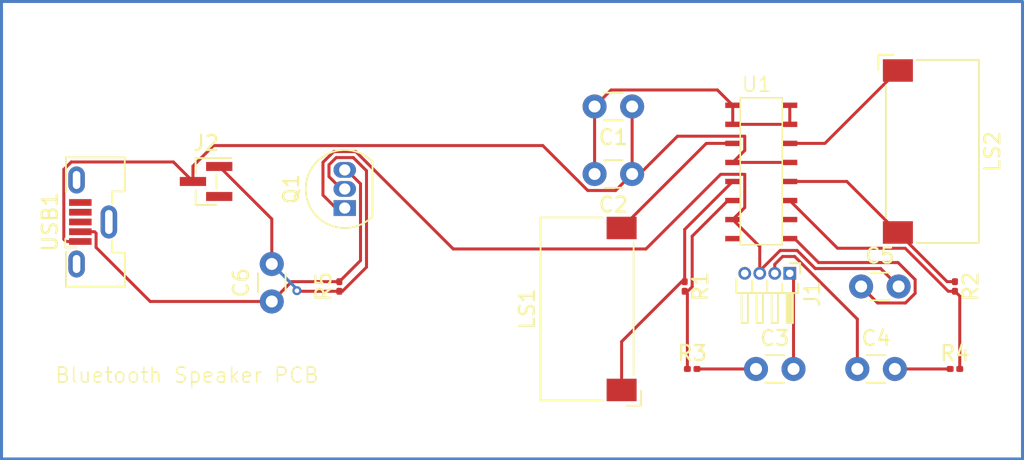
<source format=kicad_pcb>
(kicad_pcb (version 20240108) (generator "pcbnew") (generator_version "8.0")
  (title_block (title "BLUETOOTH SPEAKER PCB") (rev "V1.0"))
  (layers (0 "F.Cu" signal) (31 "B.Cu" signal) (34 "B.Paste" user) (35 "F.Paste" user) (36 "B.SilkS" user "B.Silkscreen") (37 "F.SilkS" user "F.Silkscreen") (38 "B.Mask" user) (39 "F.Mask" user) (44 "Edge.Cuts" user))
  (net 0 "")
  (net 1 "Net-(Q1-S)")
  (net 2 "GND")
  (net 3 "Net-(J2-Pin_1)")
  (net 4 "Net-(U1-HP-IN)")
  (net 5 "VDD")
  (net 6 "Net-(J1-Pin_1)")
  (net 7 "Net-(C3-Pad1)")
  (net 8 "Net-(C4-Pad2)")
  (net 9 "Net-(J1-Pin_2)")
  (net 10 "Net-(U1-Bypass)")
  (net 11 "Net-(U1-OUTL-)")
  (net 12 "Net-(U1-INL-)")
  (net 13 "Net-(U1-INR-)")
  (net 14 "Net-(U1-OUTR-)")
  (net 15 "Net-(U1-OUTL+)")
  (net 16 "Net-(U1-OUTR+)")
  (footprint "Connector_PinHeader_1.00mm:PinHeader_1x04_P1.00mm_Horizontal" (layer "F.Cu") (at 161.5 104.125 -90)
    (property "Reference" "J1" (at 1.375 -1.5 90) (layer "F.SilkS"))
    (property "Value" "Conn_01x03_MountingPin")
    (fp_line (start 1.31 3.56) (end 0.394493 3.56) (stroke (width 0.12)) (layer "F.SilkS"))
    (fp_line (start 3.31 3.21) (end 1.31 3.21) (stroke (width 0.12)) (layer "F.SilkS"))
    (fp_line (start 1.31 2.79) (end 3.31 2.79) (stroke (width 0.12)) (layer "F.SilkS"))
    (fp_line (start 3.31 2.79) (end 3.31 3.21) (stroke (width 0.12)) (layer "F.SilkS"))
    (fp_line (start 0.468215 2.5) (end 1.31 2.5) (stroke (width 0.12)) (layer "F.SilkS"))
    (fp_line (start 3.31 2.21) (end 1.31 2.21) (stroke (width 0.12)) (layer "F.SilkS"))
    (fp_line (start 1.31 1.79) (end 3.31 1.79) (stroke (width 0.12)) (layer "F.SilkS"))
    (fp_line (start 3.31 1.79) (end 3.31 2.21) (stroke (width 0.12)) (layer "F.SilkS"))
    (fp_line (start 0.468215 1.5) (end 1.31 1.5) (stroke (width 0.12)) (layer "F.SilkS"))
    (fp_line (start 3.31 1.21) (end 1.31 1.21) (stroke (width 0.12)) (layer "F.SilkS"))
    (fp_line (start 1.31 0.79) (end 3.31 0.79) (stroke (width 0.12)) (layer "F.SilkS"))
    (fp_line (start 3.31 0.79) (end 3.31 1.21) (stroke (width 0.12)) (layer "F.SilkS"))
    (fp_line (start 0.685 0.5) (end 1.31 0.5) (stroke (width 0.12)) (layer "F.SilkS"))
    (fp_line (start 3.31 0.21) (end 1.31 0.21) (stroke (width 0.12)) (layer "F.SilkS"))
    (fp_line (start 1.31 0.09) (end 3.31 0.09) (stroke (width 0.12)) (layer "F.SilkS"))
    (fp_line (start -0.685 0) (end -0.685 -0.685) (stroke (width 0.12)) (layer "F.SilkS"))
    (fp_line (start 1.31 -0.03) (end 3.31 -0.03) (stroke (width 0.12)) (layer "F.SilkS"))
    (fp_line (start 1.31 -0.15) (end 3.31 -0.15) (stroke (width 0.12)) (layer "F.SilkS"))
    (fp_line (start 1.31 -0.21) (end 3.31 -0.21) (stroke (width 0.12)) (layer "F.SilkS"))
    (fp_line (start 3.31 -0.21) (end 3.31 0.21) (stroke (width 0.12)) (layer "F.SilkS"))
    (fp_line (start 0.685 -0.56) (end 1.31 -0.56) (stroke (width 0.12)) (layer "F.SilkS"))
    (fp_line (start 1.31 -0.56) (end 1.31 3.56) (stroke (width 0.12)) (layer "F.SilkS"))
    (fp_line (start -0.685 -0.685) (end 0 -0.685) (stroke (width 0.12)) (layer "F.SilkS"))
    (pad "1" thru_hole rect (at 0 0 270) (size 0.85 0.85) (drill 0.5) (layers "*.Cu" "*.Mask") (net 6 "Net-(J1-Pin_1)"))
    (pad "2" thru_hole oval (at 0 1 270) (size 0.85 0.85) (drill 0.5) (layers "*.Cu" "*.Mask") (net 9 "Net-(J1-Pin_2)"))
    (pad "3" thru_hole oval (at 0 2 270) (size 0.85 0.85) (drill 0.5) (layers "*.Cu" "*.Mask") (net 2 "GND"))
    (pad "4" thru_hole oval (at 0 3 270) (size 0.85 0.85) (drill 0.5) (layers "*.Cu" "*.Mask"))
  )
  (footprint "Capacitor_THT:C_Disc_D3.0mm_W1.6mm_P2.50mm" (layer "F.Cu") (at 127 106 90)
    (property "Reference" "C6" (at 1.25 -2.05 90) (layer "F.SilkS"))
    (property "Value" "10uF")
    (fp_line (start 0.621 -0.92) (end 1.879 -0.92) (stroke (width 0.12)) (layer "F.SilkS"))
    (fp_line (start 0.621 0.92) (end 1.879 0.92) (stroke (width 0.12)) (layer "F.SilkS"))
    (pad "1" thru_hole circle (at 0 0 90) (size 1.6 1.6) (drill 0.8) (layers "*.Cu" "*.Mask") (net 1 "Net-(Q1-S)"))
    (pad "2" thru_hole circle (at 2.5 0 90) (size 1.6 1.6) (drill 0.8) (layers "*.Cu" "*.Mask") (net 3 "Net-(J2-Pin_1)"))
  )
  (footprint "Resistor_SMD:R_0201_0603Metric" (layer "F.Cu") (at 172.5 110.5)
    (property "Reference" "R4" (at 0 -1.05 0) (layer "F.SilkS"))
    (property "Value" "4.7K")
    (pad "1" smd roundrect (at -0.32 0) (size 0.46 0.4) (layers "F.Cu" "F.Mask") (net 8 "Net-(C4-Pad2)"))
    (pad "2" smd roundrect (at 0.32 0) (size 0.46 0.4) (layers "F.Cu" "F.Mask") (net 13 "Net-(U1-INR-)"))
  )
  (footprint "ET2-1-KiCADProject:LM4863" (layer "F.Cu") (at 157.2 92.72)
    (property "Reference" "U1" (at 2.1 -1.2 0) (layer "F.SilkS") (effects (font (thickness 0.1))))
    (property "Value" "~")
    (fp_line (start 1 -0.3) (end 3.8 -0.3) (stroke (width 0.1)) (layer "F.SilkS"))
    (fp_line (start 1 9.5) (end 1 -0.3) (stroke (width 0.1)) (layer "F.SilkS"))
    (fp_line (start 3.8 9.5) (end 1 9.5) (stroke (width 0.1)) (layer "F.SilkS"))
    (fp_line (start 3.8 9.5) (end 3.8 -0.3) (stroke (width 0.1)) (layer "F.SilkS"))
    (pad "1" smd rect (at 0.5 0.2) (size 1 0.36) (layers "F.Cu" "F.Paste" "F.Mask") (net 4 "Net-(U1-HP-IN)"))
    (pad "2" smd rect (at 0.5 1.47) (size 1 0.36) (layers "F.Cu" "F.Paste" "F.Mask") (net 4 "Net-(U1-HP-IN)"))
    (pad "3" smd rect (at 0.5 2.74) (size 1 0.36) (layers "F.Cu" "F.Paste" "F.Mask") (net 15 "Net-(U1-OUTL+)"))
    (pad "4" smd rect (at 0.5 4.01) (size 1 0.36) (layers "F.Cu" "F.Paste" "F.Mask") (net 5 "VDD"))
    (pad "5" smd rect (at 0.5 5.28) (size 1 0.36) (layers "F.Cu" "F.Paste" "F.Mask") (net 11 "Net-(U1-OUTL-)"))
    (pad "6" smd rect (at 0.5 6.55) (size 1 0.36) (layers "F.Cu" "F.Paste" "F.Mask") (net 12 "Net-(U1-INL-)"))
    (pad "7" smd rect (at 0.5 7.82) (size 1 0.36) (layers "F.Cu" "F.Paste" "F.Mask") (net 2 "GND"))
    (pad "8" smd rect (at 0.5 9.09) (size 1 0.36) (layers "F.Cu" "F.Paste" "F.Mask") (net 10 "Net-(U1-Bypass)"))
    (pad "9" smd rect (at 4.3 9.09) (size 1 0.36) (layers "F.Cu" "F.Paste" "F.Mask") (net 10 "Net-(U1-Bypass)"))
    (pad "10" smd rect (at 4.3 7.82) (size 1 0.36) (layers "F.Cu" "F.Paste" "F.Mask") (net 10 "Net-(U1-Bypass)"))
    (pad "11" smd rect (at 4.3 6.55) (size 1 0.36) (layers "F.Cu" "F.Paste" "F.Mask") (net 13 "Net-(U1-INR-)"))
    (pad "12" smd rect (at 4.3 5.28) (size 1 0.36) (layers "F.Cu" "F.Paste" "F.Mask") (net 14 "Net-(U1-OUTR-)"))
    (pad "13" smd rect (at 4.3 4.01) (size 1 0.36) (layers "F.Cu" "F.Paste" "F.Mask") (net 5 "VDD"))
    (pad "14" smd rect (at 4.3 2.74) (size 1 0.36) (layers "F.Cu" "F.Paste" "F.Mask") (net 16 "Net-(U1-OUTR+)"))
    (pad "15" smd rect (at 4.3 1.47) (size 1 0.36) (layers "F.Cu" "F.Paste" "F.Mask") (net 4 "Net-(U1-HP-IN)"))
    (pad "16" smd rect (at 4.3 0.2) (size 1 0.36) (layers "F.Cu" "F.Paste" "F.Mask") (net 4 "Net-(U1-HP-IN)"))
  )
  (footprint "Buzzer_Beeper:Speaker_CUI_CMR-1206S-67" (layer "F.Cu") (at 148 106.5 90)
    (property "Reference" "LS1" (at 0 -4 90) (layer "F.SilkS"))
    (property "Value" "Speaker")
    (fp_line (start 6.1 -3.1) (end 6.1 1.05) (stroke (width 0.12)) (layer "F.SilkS"))
    (fp_line (start -6.1 -3.1) (end 6.1 -3.1) (stroke (width 0.12)) (layer "F.SilkS"))
    (fp_line (start -6.1 1.05) (end -6.1 -3.1) (stroke (width 0.12)) (layer "F.SilkS"))
    (fp_line (start -6.45 2.6) (end -6.45 3.6) (stroke (width 0.12)) (layer "F.SilkS"))
    (fp_line (start 4.4 3.1) (end -4.4 3.1) (stroke (width 0.12)) (layer "F.SilkS"))
    (fp_line (start -6.45 3.6) (end -5.45 3.6) (stroke (width 0.12)) (layer "F.SilkS"))
    (pad "1" smd rect (at -5.4 2.3 270) (size 1.5 2) (layers "F.Cu" "F.Mask") (net 11 "Net-(U1-OUTL-)"))
    (pad "2" smd rect (at 5.4 2.3 270) (size 1.5 2) (layers "F.Cu" "F.Mask") (net 15 "Net-(U1-OUTL+)"))
  )
  (footprint "Resistor_SMD:R_0201_0603Metric" (layer "F.Cu") (at 131.5 105 90)
    (property "Reference" "R5" (at 0 -1.05 90) (layer "F.SilkS"))
    (property "Value" "20K")
    (pad "1" smd roundrect (at -0.32 0 90) (size 0.46 0.4) (layers "F.Cu" "F.Mask") (net 3 "Net-(J2-Pin_1)"))
    (pad "2" smd roundrect (at 0.32 0 90) (size 0.46 0.4) (layers "F.Cu" "F.Mask") (net 1 "Net-(Q1-S)"))
  )
  (footprint "Capacitor_THT:C_Disc_D3.0mm_W1.6mm_P2.50mm" (layer "F.Cu") (at 159.25 110.5)
    (property "Reference" "C3" (at 1.25 -2.05 0) (layer "F.SilkS"))
    (property "Value" "1uF")
    (fp_line (start 0.621 -0.92) (end 1.879 -0.92) (stroke (width 0.12)) (layer "F.SilkS"))
    (fp_line (start 0.621 0.92) (end 1.879 0.92) (stroke (width 0.12)) (layer "F.SilkS"))
    (pad "1" thru_hole circle (at 0 0) (size 1.6 1.6) (drill 0.8) (layers "*.Cu" "*.Mask") (net 7 "Net-(C3-Pad1)"))
    (pad "2" thru_hole circle (at 2.5 0) (size 1.6 1.6) (drill 0.8) (layers "*.Cu" "*.Mask") (net 6 "Net-(J1-Pin_1)"))
  )
  (footprint "Capacitor_THT:C_Disc_D3.0mm_W1.6mm_P2.50mm" (layer "F.Cu") (at 151 93 180)
    (property "Reference" "C1" (at 1.25 -2.05 0) (layer "F.SilkS"))
    (property "Value" "0.1uF")
    (fp_line (start 0.621 0.92) (end 1.879 0.92) (stroke (width 0.12)) (layer "F.SilkS"))
    (fp_line (start 0.621 -0.92) (end 1.879 -0.92) (stroke (width 0.12)) (layer "F.SilkS"))
    (pad "1" thru_hole circle (at 0 0 180) (size 1.6 1.6) (drill 0.8) (layers "*.Cu" "*.Mask") (net 5 "VDD"))
    (pad "2" thru_hole circle (at 2.5 0 180) (size 1.6 1.6) (drill 0.8) (layers "*.Cu" "*.Mask") (net 4 "Net-(U1-HP-IN)"))
  )
  (footprint "Resistor_SMD:R_0201_0603Metric" (layer "F.Cu") (at 155 110.5)
    (property "Reference" "R3" (at 0 -1.05 0) (layer "F.SilkS"))
    (property "Value" "4.7K")
    (pad "1" smd roundrect (at -0.32 0) (size 0.46 0.4) (layers "F.Cu" "F.Mask") (net 12 "Net-(U1-INL-)"))
    (pad "2" smd roundrect (at 0.32 0) (size 0.46 0.4) (layers "F.Cu" "F.Mask") (net 7 "Net-(C3-Pad1)"))
  )
  (footprint "Capacitor_THT:C_Disc_D3.0mm_W1.6mm_P2.50mm" (layer "F.Cu") (at 166 110.5)
    (property "Reference" "C4" (at 1.25 -2.05 0) (layer "F.SilkS"))
    (property "Value" "1uF")
    (fp_line (start 0.621 -0.92) (end 1.879 -0.92) (stroke (width 0.12)) (layer "F.SilkS"))
    (fp_line (start 0.621 0.92) (end 1.879 0.92) (stroke (width 0.12)) (layer "F.SilkS"))
    (pad "1" thru_hole circle (at 0 0) (size 1.6 1.6) (drill 0.8) (layers "*.Cu" "*.Mask") (net 9 "Net-(J1-Pin_2)"))
    (pad "2" thru_hole circle (at 2.5 0) (size 1.6 1.6) (drill 0.8) (layers "*.Cu" "*.Mask") (net 8 "Net-(C4-Pad2)"))
  )
  (footprint "Connector_USB:USB_Micro-B_Molex-105133-0031" (layer "F.Cu") (at 115.075 100.7 90)
    (property "Reference" "USB1" (at 0 -2.85 90) (layer "F.SilkS"))
    (property "Value" "~")
    (fp_line (start -1.7 -1.825) (end -1.1 -1.825) (stroke (width 0.12)) (layer "F.SilkS"))
    (fp_line (start 4.31 -1.785) (end 4.31 2.135) (stroke (width 0.12)) (layer "F.SilkS"))
    (fp_line (start 2 -1.785) (end 4.31 -1.785) (stroke (width 0.12)) (layer "F.SilkS"))
    (fp_line (start -2 -1.785) (end -4.31 -1.785) (stroke (width 0.12)) (layer "F.SilkS"))
    (fp_line (start -4.31 -1.785) (end -4.31 2.135) (stroke (width 0.12)) (layer "F.SilkS"))
    (fp_line (start -1.7 -1.075) (end -1.7 -1.825) (stroke (width 0.12)) (layer "F.SilkS"))
    (fp_line (start 2.04 1.305) (end 1.21 1.305) (stroke (width 0.12)) (layer "F.SilkS"))
    (fp_line (start 2.04 1.305) (end 2.04 2.135) (stroke (width 0.12)) (layer "F.SilkS"))
    (fp_line (start -2.04 1.305) (end -1.21 1.305) (stroke (width 0.12)) (layer "F.SilkS"))
    (fp_line (start -2.04 1.305) (end -2.04 2.135) (stroke (width 0.12)) (layer "F.SilkS"))
    (fp_line (start 4.31 2.135) (end 2.04 2.135) (stroke (width 0.12)) (layer "F.SilkS"))
    (fp_line (start -4.31 2.135) (end -2.04 2.135) (stroke (width 0.12)) (layer "F.SilkS"))
    (pad "1" smd rect (at -1.3 -0.825 90) (size 0.45 1.5) (layers "F.Cu" "F.Paste" "F.Mask") (net 5 "VDD"))
    (pad "2" smd rect (at -0.65 -0.825 90) (size 0.45 1.5) (layers "F.Cu" "F.Paste" "F.Mask") (net 1 "Net-(Q1-S)"))
    (pad "3" smd rect (at 0 -0.825 90) (size 0.45 1.5) (layers "F.Cu" "F.Paste" "F.Mask"))
    (pad "4" smd rect (at 0.65 -0.825 90) (size 0.45 1.5) (layers "F.Cu" "F.Paste" "F.Mask"))
    (pad "5" smd rect (at 1.3 -0.825 90) (size 0.45 1.5) (layers "F.Cu" "F.Paste" "F.Mask"))
    (pad "6" thru_hole oval (at -2.8 -1.075 90) (size 1.8 1.1) (drill oval 1.2 0.5) (layers "*.Cu" "*.Mask"))
    (pad "6" thru_hole oval (at 0 1.075 90) (size 2.2 1.1) (drill oval 1.6 0.5) (layers "*.Cu" "*.Mask"))
    (pad "6" thru_hole oval (at 2.8 -1.075 90) (size 1.8 1.1) (drill oval 1.2 0.5) (layers "*.Cu" "*.Mask"))
  )
  (footprint "Resistor_SMD:R_0201_0603Metric" (layer "F.Cu") (at 154.5 105 -90)
    (property "Reference" "R1" (at 0 -1.05 90) (layer "F.SilkS"))
    (property "Value" "20K")
    (pad "1" smd roundrect (at -0.32 0 270) (size 0.46 0.4) (layers "F.Cu" "F.Mask") (net 11 "Net-(U1-OUTL-)"))
    (pad "2" smd roundrect (at 0.32 0 270) (size 0.46 0.4) (layers "F.Cu" "F.Mask") (net 12 "Net-(U1-INL-)"))
  )
  (footprint "Capacitor_THT:C_Disc_D3.0mm_W1.6mm_P2.50mm" (layer "F.Cu") (at 166.25 105)
    (property "Reference" "C5" (at 1.25 -2.05 0) (layer "F.SilkS"))
    (property "Value" "0.1uF")
    (fp_line (start 0.621 -0.92) (end 1.879 -0.92) (stroke (width 0.12)) (layer "F.SilkS"))
    (fp_line (start 0.621 0.92) (end 1.879 0.92) (stroke (width 0.12)) (layer "F.SilkS"))
    (pad "1" thru_hole circle (at 0 0) (size 1.6 1.6) (drill 0.8) (layers "*.Cu" "*.Mask") (net 10 "Net-(U1-Bypass)"))
    (pad "2" thru_hole circle (at 2.5 0) (size 1.6 1.6) (drill 0.8) (layers "*.Cu" "*.Mask") (net 2 "GND"))
  )
  (footprint "Package_TO_SOT_THT:TO-92_Inline" (layer "F.Cu") (at 131.86 99.77 90)
    (property "Reference" "Q1" (at 1.27 -3.56 90) (layer "F.SilkS"))
    (property "Value" "BS108")
    (fp_line (start -0.53 1.85) (end 3.07 1.85) (stroke (width 0.12)) (layer "F.SilkS"))
    (fp_arc (start 1.27 -2.6) (mid 3.672087 -0.994977) (end 3.108478 1.838478) (stroke (width 0.12)) (layer "F.SilkS"))
    (fp_arc (start -0.568478 1.838478) (mid -1.132087 -0.994977) (end 1.27 -2.6) (stroke (width 0.12)) (layer "F.SilkS"))
    (pad "1" thru_hole rect (at 0 0 90) (size 1.05 1.5) (drill 0.75) (layers "*.Cu" "*.Mask") (net 2 "GND"))
    (pad "2" thru_hole oval (at 1.27 0 90) (size 1.05 1.5) (drill 0.75) (layers "*.Cu" "*.Mask") (net 3 "Net-(J2-Pin_1)"))
    (pad "3" thru_hole oval (at 2.54 0 90) (size 1.05 1.5) (drill 0.75) (layers "*.Cu" "*.Mask") (net 1 "Net-(Q1-S)"))
  )
  (footprint "Resistor_SMD:R_0201_0603Metric" (layer "F.Cu") (at 172.5 105 -90)
    (property "Reference" "R2" (at 0 -1.05 90) (layer "F.SilkS"))
    (property "Value" "20K")
    (pad "1" smd roundrect (at -0.32 0 270) (size 0.46 0.4) (layers "F.Cu" "F.Mask") (net 14 "Net-(U1-OUTR-)"))
    (pad "2" smd roundrect (at 0.32 0 270) (size 0.46 0.4) (layers "F.Cu" "F.Mask") (net 13 "Net-(U1-INR-)"))
  )
  (footprint "Connector_PinHeader_1.00mm:PinHeader_1x03_P1.00mm_Vertical_SMD_Pin1Right" (layer "F.Cu") (at 122.625 98)
    (property "Reference" "J2" (at 0 -2.56 0) (layer "F.SilkS"))
    (property "Value" "Conn_01x02_MountingPin")
    (fp_line (start -0.695 -1.56) (end -0.695 -0.56) (stroke (width 0.12)) (layer "F.SilkS"))
    (fp_line (start -0.695 -1.56) (end 0.695 -1.56) (stroke (width 0.12)) (layer "F.SilkS"))
    (fp_line (start -0.695 -1.44) (end -0.695 -0.56) (stroke (width 0.12)) (layer "F.SilkS"))
    (fp_line (start -0.695 0.56) (end -0.695 1.56) (stroke (width 0.12)) (layer "F.SilkS"))
    (fp_line (start -0.695 1.56) (end -0.695 1.56) (stroke (width 0.12)) (layer "F.SilkS"))
    (fp_line (start -0.695 1.56) (end 0.695 1.56) (stroke (width 0.12)) (layer "F.SilkS"))
    (fp_line (start 0.695 -1.56) (end 0.695 -1.56) (stroke (width 0.12)) (layer "F.SilkS"))
    (fp_line (start 0.695 -1.56) (end 1.69 -1.56) (stroke (width 0.12)) (layer "F.SilkS"))
    (fp_line (start 0.695 -0.44) (end 0.695 0.44) (stroke (width 0.12)) (layer "F.SilkS"))
    (pad "1" smd rect (at 0.875 -1) (size 1.75 0.6) (layers "F.Cu" "F.Paste" "F.Mask") (net 3 "Net-(J2-Pin_1)"))
    (pad "2" smd rect (at -0.875 0) (size 1.75 0.6) (layers "F.Cu" "F.Paste" "F.Mask") (net 5 "VDD"))
    (pad "3" smd rect (at 0.875 1) (size 1.75 0.6) (layers "F.Cu" "F.Paste" "F.Mask"))
  )
  (footprint "Capacitor_THT:C_Disc_D3.0mm_W1.6mm_P2.50mm" (layer "F.Cu") (at 151 97.5 180)
    (property "Reference" "C2" (at 1.25 -2.05 0) (layer "F.SilkS"))
    (property "Value" "1000uF")
    (fp_line (start 0.621 0.92) (end 1.879 0.92) (stroke (width 0.12)) (layer "F.SilkS"))
    (fp_line (start 0.621 -0.92) (end 1.879 -0.92) (stroke (width 0.12)) (layer "F.SilkS"))
    (pad "1" thru_hole circle (at 0 0 180) (size 1.6 1.6) (drill 0.8) (layers "*.Cu" "*.Mask") (net 5 "VDD"))
    (pad "2" thru_hole circle (at 2.5 0 180) (size 1.6 1.6) (drill 0.8) (layers "*.Cu" "*.Mask") (net 4 "Net-(U1-HP-IN)"))
  )
  (footprint "Buzzer_Beeper:Speaker_CUI_CMR-1206S-67" (layer "F.Cu") (at 171 96 -90)
    (property "Reference" "LS2" (at 0 -4 90) (layer "F.SilkS"))
    (property "Value" "Speaker")
    (fp_line (start -6.45 3.6) (end -5.45 3.6) (stroke (width 0.12)) (layer "F.SilkS"))
    (fp_line (start 4.4 3.1) (end -4.4 3.1) (stroke (width 0.12)) (layer "F.SilkS"))
    (fp_line (start -6.45 2.6) (end -6.45 3.6) (stroke (width 0.12)) (layer "F.SilkS"))
    (fp_line (start -6.1 1.05) (end -6.1 -3.1) (stroke (width 0.12)) (layer "F.SilkS"))
    (fp_line (start -6.1 -3.1) (end 6.1 -3.1) (stroke (width 0.12)) (layer "F.SilkS"))
    (fp_line (start 6.1 -3.1) (end 6.1 1.05) (stroke (width 0.12)) (layer "F.SilkS"))
    (pad "1" smd rect (at -5.4 2.3 90) (size 1.5 2) (layers "F.Cu" "F.Mask") (net 16 "Net-(U1-OUTR+)"))
    (pad "2" smd rect (at 5.4 2.3 90) (size 1.5 2) (layers "F.Cu" "F.Mask") (net 14 "Net-(U1-OUTR-)"))
  )
  (gr_rect (start 109 86) (end 177 116.5) (stroke (width 0.2)) (fill none) (layer "B.Cu"))
  (gr_text "Bluetooth Speaker PCB\n" (at 112.5 111.5 0) (layer "F.SilkS") (effects (font (size 1 1) (thickness 0.1)) (justify left bottom)))
  (segment (start 115.3 102.4) (end 115.3 101.45) (width 0.2) (layer "F.Cu") (net 1))
  (segment (start 115.2 101.35) (end 114.25 101.35) (width 0.2) (layer "F.Cu") (net 1))
  (segment (start 127 106) (end 118.9 106) (width 0.2) (layer "F.Cu") (net 1))
  (segment (start 132.91 98.158274) (end 131.981726 97.23) (width 0.2) (layer "F.Cu") (net 1))
  (segment (start 132.91 103.27) (end 132.91 98.158274) (width 0.2) (layer "F.Cu") (net 1))
  (segment (start 131.981726 97.23) (end 131.86 97.23) (width 0.2) (layer "F.Cu") (net 1))
  (segment (start 118.9 106) (end 115.3 102.4) (width 0.2) (layer "F.Cu") (net 1))
  (segment (start 128.32 104.68) (end 127 106) (width 0.2) (layer "F.Cu") (net 1))
  (segment (start 131.5 104.68) (end 128.32 104.68) (width 0.2) (layer "F.Cu") (net 1))
  (segment (start 131.5 104.68) (end 132.91 103.27) (width 0.2) (layer "F.Cu") (net 1))
  (segment (start 115.3 101.45) (end 115.2 101.35) (width 0.2) (layer "F.Cu") (net 1))
  (segment (start 158.5 99.74) (end 158.5 97.52) (width 0.2) (layer "F.Cu") (net 2))
  (segment (start 156.9 97.52) (end 151.92 102.5) (width 0.2) (layer "F.Cu") (net 2))
  (segment (start 167.554657 103.804657) (end 163.195343 103.804657) (width 0.2) (layer "F.Cu") (net 2))
  (segment (start 151.92 102.5) (end 139.087412 102.5) (width 0.2) (layer "F.Cu") (net 2))
  (segment (start 157.7 100.54) (end 158.5 99.74) (width 0.2) (layer "F.Cu") (net 2))
  (segment (start 131.27 99.77) (end 131.86 99.77) (width 0.2) (layer "F.Cu") (net 2))
  (segment (start 130.41 96.722588) (end 130.41 98.91) (width 0.2) (layer "F.Cu") (net 2))
  (segment (start 131.127588 96.005) (end 130.41 96.722588) (width 0.2) (layer "F.Cu") (net 2))
  (segment (start 139.087412 102.5) (end 132.592412 96.005) (width 0.2) (layer "F.Cu") (net 2))
  (segment (start 158.5 97.52) (end 156.9 97.52) (width 0.2) (layer "F.Cu") (net 2))
  (segment (start 159.5 103.958274) (end 159.5 104.125) (width 0.2) (layer "F.Cu") (net 2))
  (segment (start 159.5 102.34) (end 159.5 104.125) (width 0.2) (layer "F.Cu") (net 2))
  (segment (start 168.75 105) (end 167.554657 103.804657) (width 0.2) (layer "F.Cu") (net 2))
  (segment (start 161.990686 102.6) (end 160.858274 102.6) (width 0.2) (layer "F.Cu") (net 2))
  (segment (start 160.858274 102.6) (end 159.5 103.958274) (width 0.2) (layer "F.Cu") (net 2))
  (segment (start 157.7 100.54) (end 159.5 102.34) (width 0.2) (layer "F.Cu") (net 2))
  (segment (start 163.195343 103.804657) (end 161.990686 102.6) (width 0.2) (layer "F.Cu") (net 2))
  (segment (start 132.592412 96.005) (end 131.127588 96.005) (width 0.2) (layer "F.Cu") (net 2))
  (segment (start 130.41 98.91) (end 131.27 99.77) (width 0.2) (layer "F.Cu") (net 2))
  (segment (start 128.714265 105.32) (end 128.674265 105.28) (width 0.2) (layer "F.Cu") (net 3))
  (segment (start 133.31 97.288274) (end 132.426726 96.405) (width 0.2) (layer "F.Cu") (net 3))
  (segment (start 131.699999 105.32) (end 133.31 103.709999) (width 0.2) (layer "F.Cu") (net 3))
  (segment (start 130.81 97.675) (end 131.635 98.5) (width 0.2) (layer "F.Cu") (net 3))
  (segment (start 127 103.5) (end 127 100.5) (width 0.2) (layer "F.Cu") (net 3))
  (segment (start 130.81 96.888274) (end 130.81 97.675) (width 0.2) (layer "F.Cu") (net 3))
  (segment (start 132.426726 96.405) (end 131.293274 96.405) (width 0.2) (layer "F.Cu") (net 3))
  (segment (start 131.5 105.32) (end 131.699999 105.32) (width 0.2) (layer "F.Cu") (net 3))
  (segment (start 131.635 98.5) (end 131.86 98.5) (width 0.2) (layer "F.Cu") (net 3))
  (segment (start 127 100.5) (end 123.5 97) (width 0.2) (layer "F.Cu") (net 3))
  (segment (start 131.5 105.32) (end 128.714265 105.32) (width 0.2) (layer "F.Cu") (net 3))
  (segment (start 131.293274 96.405) (end 130.81 96.888274) (width 0.2) (layer "F.Cu") (net 3))
  (segment (start 133.31 103.709999) (end 133.31 97.288274) (width 0.2) (layer "F.Cu") (net 3))
  (via (at 128.674265 105.28) (size 0.6) (drill 0.3) (layers "F.Cu" "B.Cu") (net 3))
  (segment (start 127 103.5) (end 128.674265 105.174265) (width 0.2) (layer "B.Cu") (net 3))
  (segment (start 128.674265 105.174265) (end 128.674265 105.28) (width 0.2) (layer "B.Cu") (net 3))
  (segment (start 157.7 92.92) (end 156.68 91.9) (width 0.2) (layer "F.Cu") (net 4))
  (segment (start 157.7 94.19) (end 161.5 94.19) (width 0.2) (layer "F.Cu") (net 4))
  (segment (start 161.5 94.19) (end 161.5 92.92) (width 0.2) (layer "F.Cu") (net 4))
  (segment (start 149.6 91.9) (end 148.5 93) (width 0.2) (layer "F.Cu") (net 4))
  (segment (start 156.68 91.9) (end 149.6 91.9) (width 0.2) (layer "F.Cu") (net 4))
  (segment (start 148.5 93) (end 148.5 97.5) (width 0.2) (layer "F.Cu") (net 4))
  (segment (start 157.7 94.19) (end 157.7 92.92) (width 0.2) (layer "F.Cu") (net 4))
  (segment (start 113.3 102) (end 114.25 102) (width 0.2) (layer "F.Cu") (net 5))
  (segment (start 145.049365 95.605) (end 148.044365 98.6) (width 0.2) (layer "F.Cu") (net 5))
  (segment (start 120.45 96.7) (end 113.647918 96.7) (width 0.2) (layer "F.Cu") (net 5))
  (segment (start 148.044365 98.6) (end 149.9 98.6) (width 0.2) (layer "F.Cu") (net 5))
  (segment (start 157.7 96.73) (end 161.5 96.73) (width 0.2) (layer "F.Cu") (net 5))
  (segment (start 154.02 94.98) (end 158.5 94.98) (width 0.2) (layer "F.Cu") (net 5))
  (segment (start 121.75 98) (end 120.45 96.7) (width 0.2) (layer "F.Cu") (net 5))
  (segment (start 121.75 96.975) (end 123.12 95.605) (width 0.2) (layer "F.Cu") (net 5))
  (segment (start 158.5 94.98) (end 158.5 95.93) (width 0.2) (layer "F.Cu") (net 5))
  (segment (start 158.5 95.93) (end 157.7 96.73) (width 0.2) (layer "F.Cu") (net 5))
  (segment (start 123.12 95.605) (end 145.049365 95.605) (width 0.2) (layer "F.Cu") (net 5))
  (segment (start 113.647918 96.7) (end 113.15 97.197918) (width 0.2) (layer "F.Cu") (net 5))
  (segment (start 113.15 97.197918) (end 113.15 101.85) (width 0.2) (layer "F.Cu") (net 5))
  (segment (start 113.15 101.85) (end 113.3 102) (width 0.2) (layer "F.Cu") (net 5))
  (segment (start 151 97.5) (end 151 93) (width 0.2) (layer "F.Cu") (net 5))
  (segment (start 121.75 98) (end 121.75 96.975) (width 0.2) (layer "F.Cu") (net 5))
  (segment (start 151.5 97.5) (end 154.02 94.98) (width 0.2) (layer "F.Cu") (net 5))
  (segment (start 149.9 98.6) (end 151 97.5) (width 0.2) (layer "F.Cu") (net 5))
  (segment (start 151 97.5) (end 151.5 97.5) (width 0.2) (layer "F.Cu") (net 5))
  (segment (start 161.75 110.5) (end 161.75 104.375) (width 0.2) (layer "F.Cu") (net 6))
  (segment (start 161.75 104.375) (end 161.5 104.125) (width 0.2) (layer "F.Cu") (net 6))
  (segment (start 155.32 110.5) (end 159.25 110.5) (width 0.2) (layer "F.Cu") (net 7))
  (segment (start 168.5 110.5) (end 172.18 110.5) (width 0.2) (layer "F.Cu") (net 8))
  (segment (start 161.825 103) (end 161.02396 103) (width 0.2) (layer "F.Cu") (net 9))
  (segment (start 160.5 103.52396) (end 160.5 104.125) (width 0.2) (layer "F.Cu") (net 9))
  (segment (start 166 110.5) (end 166 107.175) (width 0.2) (layer "F.Cu") (net 9))
  (segment (start 161.02396 103) (end 160.5 103.52396) (width 0.2) (layer "F.Cu") (net 9))
  (segment (start 166 107.175) (end 161.825 103) (width 0.2) (layer "F.Cu") (net 9))
  (segment (start 168.710292 103.404657) (end 163.414657 103.404657) (width 0.2) (layer "F.Cu") (net 10))
  (segment (start 169.85 105.455635) (end 169.85 104.544365) (width 0.2) (layer "F.Cu") (net 10))
  (segment (start 169.85 104.544365) (end 168.710292 103.404657) (width 0.2) (layer "F.Cu") (net 10))
  (segment (start 167.35 106.1) (end 169.205635 106.1) (width 0.2) (layer "F.Cu") (net 10))
  (segment (start 161.82 101.81) (end 161.5 101.81) (width 0.2) (layer "F.Cu") (net 10))
  (segment (start 169.205635 106.1) (end 169.85 105.455635) (width 0.2) (layer "F.Cu") (net 10))
  (segment (start 166.25 105) (end 167.35 106.1) (width 0.2) (layer "F.Cu") (net 10))
  (segment (start 163.414657 103.404657) (end 161.82 101.81) (width 0.2) (layer "F.Cu") (net 10))
  (segment (start 150.3 111.9) (end 150.3 108.680001) (width 0.2) (layer "F.Cu") (net 11))
  (segment (start 154.300001 104.68) (end 154.5 104.68) (width 0.2) (layer "F.Cu") (net 11))
  (segment (start 157.7 98) (end 154.5 101.2) (width 0.2) (layer "F.Cu") (net 11))
  (segment (start 150.3 108.680001) (end 154.300001 104.68) (width 0.2) (layer "F.Cu") (net 11))
  (segment (start 154.5 101.2) (end 154.5 104.68) (width 0.2) (layer "F.Cu") (net 11))
  (segment (start 155 101.65) (end 155 105.019999) (width 0.2) (layer "F.Cu") (net 12))
  (segment (start 154.699999 105.32) (end 154.5 105.32) (width 0.2) (layer "F.Cu") (net 12))
  (segment (start 154.68 110.5) (end 154.68 105.5) (width 0.2) (layer "F.Cu") (net 12))
  (segment (start 155 105.019999) (end 154.699999 105.32) (width 0.2) (layer "F.Cu") (net 12))
  (segment (start 157.38 99.27) (end 155 101.65) (width 0.2) (layer "F.Cu") (net 12))
  (segment (start 154.68 105.5) (end 154.5 105.32) (width 0.2) (layer "F.Cu") (net 12))
  (segment (start 157.7 99.27) (end 157.38 99.27) (width 0.2) (layer "F.Cu") (net 12))
  (segment (start 164.68 102.45) (end 169.184314 102.45) (width 0.2) (layer "F.Cu") (net 13))
  (segment (start 172.054314 105.32) (end 172.5 105.32) (width 0.2) (layer "F.Cu") (net 13))
  (segment (start 169.184314 102.45) (end 172.054314 105.32) (width 0.2) (layer "F.Cu") (net 13))
  (segment (start 172.82 105.64) (end 172.5 105.32) (width 0.2) (layer "F.Cu") (net 13))
  (segment (start 161.5 99.27) (end 164.68 102.45) (width 0.2) (layer "F.Cu") (net 13))
  (segment (start 172.82 110.5) (end 172.82 105.64) (width 0.2) (layer "F.Cu") (net 13))
  (segment (start 172.5 104.68) (end 171.98 104.68) (width 0.2) (layer "F.Cu") (net 14))
  (segment (start 161.5 98) (end 165.3 98) (width 0.2) (layer "F.Cu") (net 14))
  (segment (start 171.98 104.68) (end 168.7 101.4) (width 0.2) (layer "F.Cu") (net 14))
  (segment (start 165.3 98) (end 168.7 101.4) (width 0.2) (layer "F.Cu") (net 14))
  (segment (start 155.94 95.46) (end 150.3 101.1) (width 0.2) (layer "F.Cu") (net 15))
  (segment (start 157.7 95.46) (end 155.94 95.46) (width 0.2) (layer "F.Cu") (net 15))
  (segment (start 161.5 95.46) (end 163.84 95.46) (width 0.2) (layer "F.Cu") (net 16))
  (segment (start 163.84 95.46) (end 168.7 90.6) (width 0.2) (layer "F.Cu") (net 16))
)
</source>
